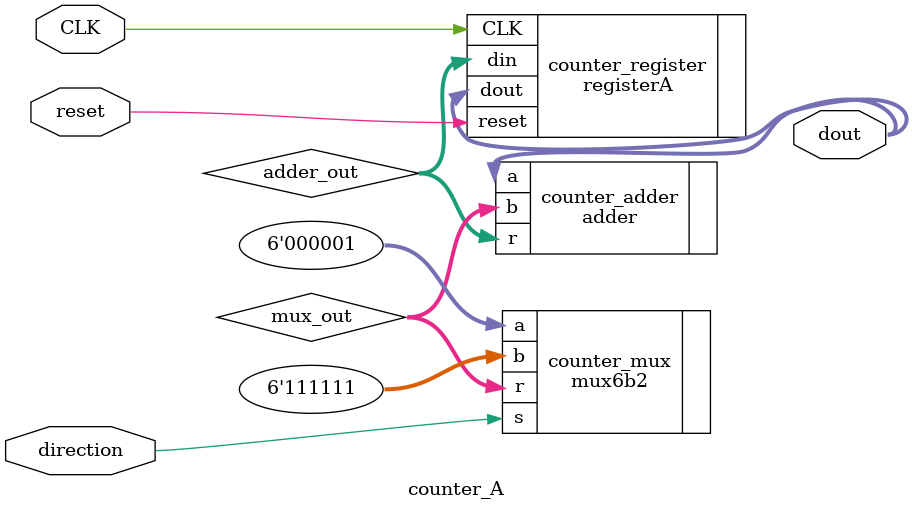
<source format=v>
`timescale 1ns / 1ps
module counter_A(
    input direction,
	 input reset,
    input CLK,
    output [5:0] dout
    );
	 
wire [5:0] adder_out;
wire [5:0] mux_out;

adder counter_adder (
    .a(dout), 
    .b(mux_out),
	 .r(adder_out)
    );
	 
mux6b2 counter_mux (
    .a(6'b000001), 
    .b(6'b111111), 
    .s(direction), 
    .r(mux_out)
    );

registerA counter_register (
    .din(adder_out),
	 .reset(reset),
    .dout(dout), 
    .CLK(CLK)
    );

endmodule

</source>
